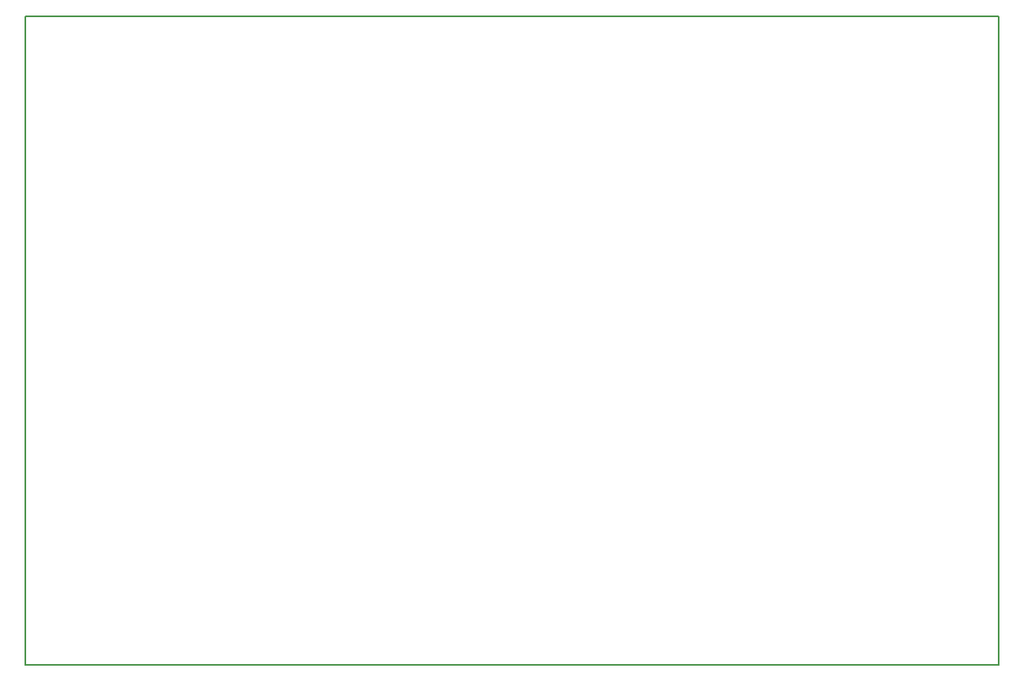
<source format=gbr>
G04 #@! TF.FileFunction,Profile,NP*
%FSLAX46Y46*%
G04 Gerber Fmt 4.6, Leading zero omitted, Abs format (unit mm)*
G04 Created by KiCad (PCBNEW 4.0.7) date Thu Oct  5 08:26:23 2017*
%MOMM*%
%LPD*%
G01*
G04 APERTURE LIST*
%ADD10C,0.100000*%
%ADD11C,0.150000*%
G04 APERTURE END LIST*
D10*
D11*
X99695000Y-67945000D02*
X100330000Y-67945000D01*
X99695000Y-135255000D02*
X99695000Y-67945000D01*
X100330000Y-135255000D02*
X99695000Y-135255000D01*
X200660000Y-135255000D02*
X200025000Y-135255000D01*
X200660000Y-67945000D02*
X200660000Y-135255000D01*
X200025000Y-67945000D02*
X200660000Y-67945000D01*
X100330000Y-135255000D02*
X200025000Y-135255000D01*
X200025000Y-67945000D02*
X100330000Y-67945000D01*
M02*

</source>
